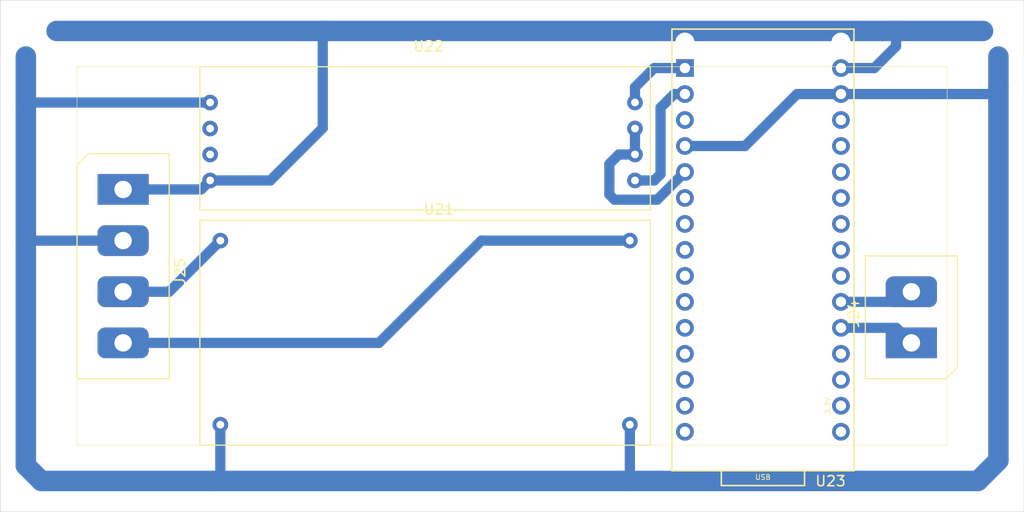
<source format=kicad_pcb>
(kicad_pcb (version 20171130) (host pcbnew "(5.1.9)-1")

  (general
    (thickness 1.6)
    (drawings 8)
    (tracks 57)
    (zones 0)
    (modules 5)
    (nets 34)
  )

  (page A4)
  (layers
    (0 F.Cu signal)
    (31 B.Cu signal)
    (32 B.Adhes user)
    (33 F.Adhes user)
    (34 B.Paste user)
    (35 F.Paste user)
    (36 B.SilkS user)
    (37 F.SilkS user)
    (38 B.Mask user)
    (39 F.Mask user)
    (40 Dwgs.User user)
    (41 Cmts.User user)
    (42 Eco1.User user)
    (43 Eco2.User user)
    (44 Edge.Cuts user)
    (45 Margin user)
    (46 B.CrtYd user)
    (47 F.CrtYd user)
    (48 B.Fab user)
    (49 F.Fab user)
  )

  (setup
    (last_trace_width 1)
    (user_trace_width 1)
    (user_trace_width 2)
    (trace_clearance 0.2)
    (zone_clearance 0.508)
    (zone_45_only no)
    (trace_min 0.2)
    (via_size 0.8)
    (via_drill 0.4)
    (via_min_size 0.4)
    (via_min_drill 0.3)
    (uvia_size 0.3)
    (uvia_drill 0.1)
    (uvias_allowed no)
    (uvia_min_size 0.2)
    (uvia_min_drill 0.1)
    (edge_width 0.05)
    (segment_width 0.2)
    (pcb_text_width 0.3)
    (pcb_text_size 1.5 1.5)
    (mod_edge_width 0.12)
    (mod_text_size 1 1)
    (mod_text_width 0.15)
    (pad_size 1.524 1.524)
    (pad_drill 0.762)
    (pad_to_mask_clearance 0)
    (aux_axis_origin 0 0)
    (visible_elements 7FFFFFFF)
    (pcbplotparams
      (layerselection 0x010fc_ffffffff)
      (usegerberextensions false)
      (usegerberattributes true)
      (usegerberadvancedattributes true)
      (creategerberjobfile true)
      (excludeedgelayer true)
      (linewidth 0.100000)
      (plotframeref false)
      (viasonmask false)
      (mode 1)
      (useauxorigin false)
      (hpglpennumber 1)
      (hpglpenspeed 20)
      (hpglpendiameter 15.000000)
      (psnegative false)
      (psa4output false)
      (plotreference true)
      (plotvalue true)
      (plotinvisibletext false)
      (padsonsilk false)
      (subtractmaskfromsilk false)
      (outputformat 1)
      (mirror false)
      (drillshape 1)
      (scaleselection 1)
      (outputdirectory ""))
  )

  (net 0 "")
  (net 1 "Net-(J24-Pad2)")
  (net 2 "Net-(J24-Pad1)")
  (net 3 +8V)
  (net 4 GND)
  (net 5 +5V)
  (net 6 +12V)
  (net 7 "Net-(U23-PadRST1)")
  (net 8 "Net-(U23-PadD3)")
  (net 9 "Net-(U23-PadD4)")
  (net 10 "Net-(U23-PadD5)")
  (net 11 "Net-(U23-PadD6)")
  (net 12 "Net-(U23-PadD7)")
  (net 13 "Net-(U23-PadD8)")
  (net 14 "Net-(U23-PadD9)")
  (net 15 "Net-(U23-PadD10)")
  (net 16 "Net-(U23-PadD11)")
  (net 17 "Net-(U23-PadD12)")
  (net 18 "Net-(U23-PadD13)")
  (net 19 "Net-(U23-Pad3V3)")
  (net 20 "Net-(U23-PadAREF)")
  (net 21 "Net-(U23-PadA0)")
  (net 22 "Net-(U23-PadA3)")
  (net 23 "Net-(U23-PadA4)")
  (net 24 "Net-(U23-PadA5)")
  (net 25 "Net-(U23-PadA6)")
  (net 26 "Net-(U23-PadA7)")
  (net 27 "Net-(U23-Pad5V)")
  (net 28 "Net-(U23-PadRST2)")
  (net 29 "Net-(U22-PadDI)")
  (net 30 "Net-(U22-PadDE)")
  (net 31 "Net-(U22-PadRO)")
  (net 32 /RS485-B)
  (net 33 /RS485-A)

  (net_class Default "This is the default net class."
    (clearance 0.2)
    (trace_width 0.25)
    (via_dia 0.8)
    (via_drill 0.4)
    (uvia_dia 0.3)
    (uvia_drill 0.1)
    (add_net +12V)
    (add_net +5V)
    (add_net +8V)
    (add_net /RS485-A)
    (add_net /RS485-B)
    (add_net GND)
    (add_net "Net-(J24-Pad1)")
    (add_net "Net-(J24-Pad2)")
    (add_net "Net-(U22-PadDE)")
    (add_net "Net-(U22-PadDI)")
    (add_net "Net-(U22-PadRO)")
    (add_net "Net-(U23-Pad3V3)")
    (add_net "Net-(U23-Pad5V)")
    (add_net "Net-(U23-PadA0)")
    (add_net "Net-(U23-PadA3)")
    (add_net "Net-(U23-PadA4)")
    (add_net "Net-(U23-PadA5)")
    (add_net "Net-(U23-PadA6)")
    (add_net "Net-(U23-PadA7)")
    (add_net "Net-(U23-PadAREF)")
    (add_net "Net-(U23-PadD10)")
    (add_net "Net-(U23-PadD11)")
    (add_net "Net-(U23-PadD12)")
    (add_net "Net-(U23-PadD13)")
    (add_net "Net-(U23-PadD3)")
    (add_net "Net-(U23-PadD4)")
    (add_net "Net-(U23-PadD5)")
    (add_net "Net-(U23-PadD6)")
    (add_net "Net-(U23-PadD7)")
    (add_net "Net-(U23-PadD8)")
    (add_net "Net-(U23-PadD9)")
    (add_net "Net-(U23-PadRST1)")
    (add_net "Net-(U23-PadRST2)")
  )

  (module FalcaroLib:Module_MAX485 (layer F.Cu) (tedit 6162FD42) (tstamp 6162FCFA)
    (at 120.5 91)
    (descr "Low-power transceiver for RS-485 communication")
    (tags MAX485)
    (path /6165F73B)
    (fp_text reference U22 (at 21.336 -5.5) (layer F.SilkS)
      (effects (font (size 1 1) (thickness 0.15)))
    )
    (fp_text value Module_MAX485 (at 21.082 -7.5) (layer F.Fab)
      (effects (font (size 1 1) (thickness 0.15)))
    )
    (fp_line (start -1 10.5) (end 43 10.5) (layer F.SilkS) (width 0.12))
    (fp_line (start -1 -3.5) (end -1 10.5) (layer F.SilkS) (width 0.12))
    (fp_line (start 43 -3.5) (end 43 10.5) (layer F.SilkS) (width 0.12))
    (fp_line (start -1 -3.5) (end 43 -3.5) (layer F.SilkS) (width 0.12))
    (pad DE thru_hole circle (at 41.5 2.54) (size 1.524 1.524) (drill 0.762) (layers *.Cu *.Mask)
      (net 30 "Net-(U22-PadDE)"))
    (pad RE thru_hole circle (at 41.5 5.08) (size 1.524 1.524) (drill 0.762) (layers *.Cu *.Mask)
      (net 30 "Net-(U22-PadDE)"))
    (pad DI thru_hole circle (at 41.5 0) (size 1.524 1.524) (drill 0.762) (layers *.Cu *.Mask)
      (net 29 "Net-(U22-PadDI)"))
    (pad RO thru_hole circle (at 41.5 7.62) (size 1.524 1.524) (drill 0.762) (layers *.Cu *.Mask)
      (net 31 "Net-(U22-PadRO)"))
    (pad VCC thru_hole circle (at 0 7.62) (size 1.524 1.524) (drill 0.762) (layers *.Cu *.Mask)
      (net 5 +5V))
    (pad B thru_hole circle (at 0 5.08) (size 1.524 1.524) (drill 0.762) (layers *.Cu *.Mask)
      (net 32 /RS485-B))
    (pad A thru_hole circle (at 0 2.54) (size 1.524 1.524) (drill 0.762) (layers *.Cu *.Mask)
      (net 33 /RS485-A))
    (pad GND thru_hole circle (at 0 0) (size 1.524 1.524) (drill 0.762) (layers *.Cu *.Mask)
      (net 4 GND))
    (model ${KICAD_SYMBOL_DIR}/FalcaroLib/FalcaroLib.pretty/Module_MAX485.stp
      (offset (xyz -1.3 -10.8 2.5))
      (scale (xyz 1 1 1))
      (rotate (xyz 0 0 0))
    )
  )

  (module FalcaroLib:Connector_Screw_2pin (layer F.Cu) (tedit 602FFE89) (tstamp 6162FBEA)
    (at 184.5 118 90)
    (descr "Connector screw 2 pins")
    (tags "Connector screw 2 pins")
    (path /618CE84F)
    (fp_text reference J24 (at 6.31 -1.12 90) (layer F.SilkS)
      (effects (font (size 1 1) (thickness 0.15)))
    )
    (fp_text value Screw_Terminal_01x02 (at 6.13 -3 90) (layer F.Fab)
      (effects (font (size 1 1) (thickness 0.15)))
    )
    (fp_line (start 0 7.89) (end 1.11 9) (layer F.SilkS) (width 0.12))
    (fp_line (start 12 0) (end 12 9) (layer F.SilkS) (width 0.12))
    (fp_line (start 1.11 9) (end 12 9) (layer F.SilkS) (width 0.12))
    (fp_line (start 0 0) (end 0 7.89) (layer F.SilkS) (width 0.12))
    (fp_line (start 0 0) (end 12 0) (layer F.SilkS) (width 0.12))
    (pad 2 thru_hole roundrect (at 8.5 4.5 90) (size 3 5) (drill 1.7) (layers *.Cu *.Mask) (roundrect_rratio 0.25)
      (net 1 "Net-(J24-Pad2)"))
    (pad 1 thru_hole rect (at 3.5 4.5 90) (size 3 5) (drill 1.7) (layers *.Cu *.Mask)
      (net 2 "Net-(J24-Pad1)"))
    (model ${KICAD_SYMBOL_DIR}/FalcaroLib/FalcaroLib.pretty/Connector_Screw_2pin.STEP
      (offset (xyz 1 0 0))
      (scale (xyz 1 1 1))
      (rotate (xyz -90 0 0))
    )
  )

  (module FalcaroLib:Connector_Screw_4pin (layer F.Cu) (tedit 602FFF7A) (tstamp 6162FC02)
    (at 116.5 96 270)
    (descr "Connector screw 4 pins")
    (tags "Connector screw 4 pins")
    (path /618D2382)
    (fp_text reference J25 (at 11.54 -1.07 90) (layer F.SilkS)
      (effects (font (size 1 1) (thickness 0.15)))
    )
    (fp_text value Screw_Terminal_01x04 (at 11.36 -2.95 90) (layer F.Fab)
      (effects (font (size 1 1) (thickness 0.15)))
    )
    (fp_line (start 0 7.89) (end 1.11 9) (layer F.SilkS) (width 0.12))
    (fp_line (start 22 0) (end 22 9) (layer F.SilkS) (width 0.12))
    (fp_line (start 1.11 9) (end 22 9) (layer F.SilkS) (width 0.12))
    (fp_line (start 0 0) (end 0 7.89) (layer F.SilkS) (width 0.12))
    (fp_line (start 0 0) (end 22 0) (layer F.SilkS) (width 0.12))
    (pad 1 thru_hole rect (at 3.5 4.5 270) (size 3 5) (drill 1.7) (layers *.Cu *.Mask)
      (net 5 +5V))
    (pad 2 thru_hole roundrect (at 8.5 4.5 270) (size 3 5) (drill 1.7) (layers *.Cu *.Mask) (roundrect_rratio 0.25)
      (net 4 GND))
    (pad 3 thru_hole roundrect (at 13.5 4.5 270) (size 3 5) (drill 1.7) (layers *.Cu *.Mask) (roundrect_rratio 0.25)
      (net 6 +12V))
    (pad 4 thru_hole roundrect (at 18.5 4.5 270) (size 3 5) (drill 1.7) (layers *.Cu *.Mask) (roundrect_rratio 0.25)
      (net 3 +8V))
    (model ${KICAD_SYMBOL_DIR}/FalcaroLib/FalcaroLib.pretty/Connector_Screw_4pin.STEP
      (offset (xyz 1 0 0))
      (scale (xyz 1 1 1))
      (rotate (xyz -90 0 0))
    )
  )

  (module FalcaroLib:Module_LM2596 (layer F.Cu) (tedit 603275E1) (tstamp 61635CBA)
    (at 121.5 104.5)
    (descr "DC-DC Step down regulator")
    (tags "Regulator LM2596 step down")
    (path /6166A60D)
    (fp_text reference U21 (at 21.336 -3.056) (layer F.SilkS)
      (effects (font (size 1 1) (thickness 0.15)))
    )
    (fp_text value Module_LM2596 (at 21.082 -5.08) (layer F.Fab)
      (effects (font (size 1 1) (thickness 0.15)))
    )
    (fp_line (start -2 -2) (end 42 -2) (layer F.SilkS) (width 0.12))
    (fp_line (start 42 -2) (end 42 20) (layer F.SilkS) (width 0.12))
    (fp_line (start -2 20) (end 42 20) (layer F.SilkS) (width 0.12))
    (fp_line (start -2 -2) (end -2 20) (layer F.SilkS) (width 0.12))
    (pad IN+ thru_hole circle (at 0 0) (size 1.524 1.524) (drill 0.762) (layers *.Cu *.Mask)
      (net 6 +12V))
    (pad IN- thru_hole circle (at 0 18) (size 1.524 1.524) (drill 0.762) (layers *.Cu *.Mask)
      (net 4 GND))
    (pad OUT+ thru_hole circle (at 40 0) (size 1.524 1.524) (drill 0.762) (layers *.Cu *.Mask)
      (net 3 +8V))
    (pad OUT- thru_hole circle (at 40 18) (size 1.524 1.524) (drill 0.762) (layers *.Cu *.Mask)
      (net 4 GND))
    (model ${KICAD_SYMBOL_DIR}/FalcaroLib/FalcaroLib.pretty/Module_LM2596.STEP
      (offset (xyz 20 -9 3))
      (scale (xyz 1 1 1))
      (rotate (xyz -90 0 0))
    )
  )

  (module FalcaroLib:Arduino_Socket_Nano (layer F.Cu) (tedit 605F1634) (tstamp 6162FC5A)
    (at 174.5 127)
    (descr "Socket for Arduino Nano")
    (path /6164E8C3)
    (fp_text reference U23 (at 6.604 1.016) (layer F.SilkS)
      (effects (font (size 1 1) (thickness 0.15)))
    )
    (fp_text value Arduino_Socket_Nano (at 0 -21.082 90) (layer F.Fab)
      (effects (font (size 1 1) (thickness 0.15)))
    )
    (fp_circle (center 0 -39.37) (end 0.508 -39.37) (layer F.Fab) (width 0.15))
    (fp_circle (center 2.54 -39.37) (end 3.048 -39.37) (layer F.Fab) (width 0.15))
    (fp_circle (center 2.54 -41.91) (end 3.048 -41.91) (layer F.Fab) (width 0.15))
    (fp_circle (center -2.54 -39.37) (end -2.032 -39.37) (layer F.Fab) (width 0.15))
    (fp_circle (center 0 -41.91) (end 0.508 -41.91) (layer F.Fab) (width 0.15))
    (fp_circle (center -2.54 -41.91) (end -2.032 -41.91) (layer F.Fab) (width 0.15))
    (fp_line (start -3.302 1.778) (end -9.144 1.778) (layer F.CrtYd) (width 0.15))
    (fp_line (start -9.144 1.778) (end -9.144 -22.606) (layer F.CrtYd) (width 0.15))
    (fp_line (start -9.144 -22.606) (end -9.144 -43.434) (layer F.CrtYd) (width 0.15))
    (fp_line (start -9.144 -43.434) (end 9.144 -43.434) (layer F.CrtYd) (width 0.15))
    (fp_line (start 9.144 -43.434) (end 9.144 1.778) (layer F.CrtYd) (width 0.15))
    (fp_line (start 9.144 1.778) (end -3.302 1.778) (layer F.CrtYd) (width 0.15))
    (fp_line (start -4.064 0) (end -4.064 1.45) (layer F.SilkS) (width 0.15))
    (fp_line (start -4.064 1.45) (end 4.064 1.45) (layer F.SilkS) (width 0.15))
    (fp_line (start 4.064 1.45) (end 4.064 0) (layer F.SilkS) (width 0.15))
    (fp_line (start -8.89 -43.18) (end 8.89 -43.18) (layer F.SilkS) (width 0.15))
    (fp_line (start -8.89 0) (end 8.89 0) (layer F.SilkS) (width 0.15))
    (fp_line (start 8.89 -43.18) (end 8.89 0) (layer F.SilkS) (width 0.15))
    (fp_line (start -8.89 -43.18) (end -8.89 0) (layer F.SilkS) (width 0.15))
    (fp_text user ICSP (at 0 -40.64) (layer F.Fab)
      (effects (font (size 1 1) (thickness 0.15)))
    )
    (fp_text user 3.3V (at 6.35 -6.35 90) (layer F.SilkS)
      (effects (font (size 0.5 0.5) (thickness 0.075)))
    )
    (fp_text user USB (at 0 0.635) (layer F.SilkS)
      (effects (font (size 0.5 0.5) (thickness 0.075)))
    )
    (pad "" np_thru_hole circle (at 7.62 -1.27) (size 1.85 1.85) (drill 1.85) (layers *.Cu *.Mask))
    (pad "" np_thru_hole circle (at -7.62 -1.27) (size 1.85 1.85) (drill 1.85) (layers *.Cu *.Mask))
    (pad "" np_thru_hole circle (at 7.62 -41.91) (size 1.85 1.85) (drill 1.85) (layers *.Cu *.Mask))
    (pad "" np_thru_hole circle (at -7.62 -41.91) (size 1.85 1.85) (drill 1.85) (layers *.Cu *.Mask))
    (pad D1 thru_hole rect (at -7.62 -39.37) (size 1.7272 1.7272) (drill 1.016) (layers *.Cu *.Mask)
      (net 29 "Net-(U22-PadDI)"))
    (pad D0 thru_hole circle (at -7.62 -36.83) (size 1.7272 1.7272) (drill 1.016) (layers *.Cu *.Mask)
      (net 31 "Net-(U22-PadRO)"))
    (pad RST1 thru_hole circle (at -7.62 -34.29) (size 1.7272 1.7272) (drill 1.016) (layers *.Cu *.Mask)
      (net 7 "Net-(U23-PadRST1)"))
    (pad GND1 thru_hole circle (at -7.62 -31.75) (size 1.7272 1.7272) (drill 1.016) (layers *.Cu *.Mask)
      (net 4 GND))
    (pad D2 thru_hole circle (at -7.62 -29.21) (size 1.7272 1.7272) (drill 1.016) (layers *.Cu *.Mask)
      (net 30 "Net-(U22-PadDE)"))
    (pad D3 thru_hole circle (at -7.62 -26.67) (size 1.7272 1.7272) (drill 1.016) (layers *.Cu *.Mask)
      (net 8 "Net-(U23-PadD3)"))
    (pad D4 thru_hole circle (at -7.62 -24.13) (size 1.7272 1.7272) (drill 1.016) (layers *.Cu *.Mask)
      (net 9 "Net-(U23-PadD4)"))
    (pad D5 thru_hole circle (at -7.62 -21.59) (size 1.7272 1.7272) (drill 1.016) (layers *.Cu *.Mask)
      (net 10 "Net-(U23-PadD5)"))
    (pad D6 thru_hole circle (at -7.62 -19.05) (size 1.7272 1.7272) (drill 1.016) (layers *.Cu *.Mask)
      (net 11 "Net-(U23-PadD6)"))
    (pad D7 thru_hole circle (at -7.62 -16.51) (size 1.7272 1.7272) (drill 1.016) (layers *.Cu *.Mask)
      (net 12 "Net-(U23-PadD7)"))
    (pad D8 thru_hole circle (at -7.62 -13.97) (size 1.7272 1.7272) (drill 1.016) (layers *.Cu *.Mask)
      (net 13 "Net-(U23-PadD8)"))
    (pad D9 thru_hole circle (at -7.62 -11.43) (size 1.7272 1.7272) (drill 1.016) (layers *.Cu *.Mask)
      (net 14 "Net-(U23-PadD9)"))
    (pad D10 thru_hole circle (at -7.62 -8.89) (size 1.7272 1.7272) (drill 1.016) (layers *.Cu *.Mask)
      (net 15 "Net-(U23-PadD10)"))
    (pad D11 thru_hole circle (at -7.62 -6.35) (size 1.7272 1.7272) (drill 1.016) (layers *.Cu *.Mask)
      (net 16 "Net-(U23-PadD11)"))
    (pad D12 thru_hole circle (at -7.62 -3.81) (size 1.7272 1.7272) (drill 1.016) (layers *.Cu *.Mask)
      (net 17 "Net-(U23-PadD12)"))
    (pad D13 thru_hole circle (at 7.62 -3.81) (size 1.7272 1.7272) (drill 1.016) (layers *.Cu *.Mask)
      (net 18 "Net-(U23-PadD13)"))
    (pad 3V3 thru_hole circle (at 7.62 -6.35) (size 1.7272 1.7272) (drill 1.016) (layers *.Cu *.Mask)
      (net 19 "Net-(U23-Pad3V3)"))
    (pad AREF thru_hole circle (at 7.62 -8.89) (size 1.7272 1.7272) (drill 1.016) (layers *.Cu *.Mask)
      (net 20 "Net-(U23-PadAREF)"))
    (pad A0 thru_hole circle (at 7.62 -11.43) (size 1.7272 1.7272) (drill 1.016) (layers *.Cu *.Mask)
      (net 21 "Net-(U23-PadA0)"))
    (pad A1 thru_hole circle (at 7.62 -13.97) (size 1.7272 1.7272) (drill 1.016) (layers *.Cu *.Mask)
      (net 2 "Net-(J24-Pad1)"))
    (pad A2 thru_hole circle (at 7.62 -16.51) (size 1.7272 1.7272) (drill 1.016) (layers *.Cu *.Mask)
      (net 1 "Net-(J24-Pad2)"))
    (pad A3 thru_hole circle (at 7.62 -19.05) (size 1.7272 1.7272) (drill 1.016) (layers *.Cu *.Mask)
      (net 22 "Net-(U23-PadA3)"))
    (pad A4 thru_hole circle (at 7.62 -21.59) (size 1.7272 1.7272) (drill 1.016) (layers *.Cu *.Mask)
      (net 23 "Net-(U23-PadA4)"))
    (pad A5 thru_hole circle (at 7.62 -24.13) (size 1.7272 1.7272) (drill 1.016) (layers *.Cu *.Mask)
      (net 24 "Net-(U23-PadA5)"))
    (pad A6 thru_hole circle (at 7.62 -26.67) (size 1.7272 1.7272) (drill 1.016) (layers *.Cu *.Mask)
      (net 25 "Net-(U23-PadA6)"))
    (pad A7 thru_hole circle (at 7.62 -29.21) (size 1.7272 1.7272) (drill 1.016) (layers *.Cu *.Mask)
      (net 26 "Net-(U23-PadA7)"))
    (pad 5V thru_hole circle (at 7.62 -31.75) (size 1.7272 1.7272) (drill 1.016) (layers *.Cu *.Mask)
      (net 27 "Net-(U23-Pad5V)"))
    (pad RST2 thru_hole circle (at 7.62 -34.29) (size 1.7272 1.7272) (drill 1.016) (layers *.Cu *.Mask)
      (net 28 "Net-(U23-PadRST2)"))
    (pad GND2 thru_hole circle (at 7.62 -36.83) (size 1.7272 1.7272) (drill 1.016) (layers *.Cu *.Mask)
      (net 4 GND))
    (pad VIN thru_hole circle (at 7.62 -39.37) (size 1.7272 1.7272) (drill 1.016) (layers *.Cu *.Mask)
      (net 5 +5V))
    (model ${KICAD_SYMBOL_DIR}/FalcaroLib/FalcaroLib.pretty/Arduino_Socket_Nano.STEP
      (offset (xyz 0 21.25 2.5))
      (scale (xyz 1 1 1))
      (rotate (xyz -90 0 -90))
    )
  )

  (gr_line (start 192.5 124.5) (end 192.5 87.5) (layer F.SilkS) (width 0.05) (tstamp 61635BA8))
  (gr_line (start 107.5 87.5) (end 192.5 87.5) (layer F.SilkS) (width 0.05) (tstamp 61635BA7))
  (gr_line (start 192.5 124.5) (end 107.5 124.5) (layer F.SilkS) (width 0.05) (tstamp 61635B8C))
  (gr_line (start 107.5 87.5) (end 107.5 124.5) (layer F.SilkS) (width 0.05) (tstamp 61635B64))
  (gr_line (start 200 81) (end 200 131) (layer Edge.Cuts) (width 0.05) (tstamp 61635B53))
  (gr_line (start 100 81) (end 100 131) (layer Edge.Cuts) (width 0.05) (tstamp 61635B36))
  (gr_line (start 100 131) (end 200 131) (layer Edge.Cuts) (width 0.05) (tstamp 61635B36))
  (gr_line (start 100 81) (end 200 81) (layer Edge.Cuts) (width 0.05))

  (segment (start 188.01 110.49) (end 189 109.5) (width 1) (layer B.Cu) (net 1))
  (segment (start 182.12 110.49) (end 188.01 110.49) (width 1) (layer B.Cu) (net 1))
  (segment (start 187.53 113.03) (end 189 114.5) (width 1) (layer B.Cu) (net 2))
  (segment (start 182.12 113.03) (end 187.53 113.03) (width 1) (layer B.Cu) (net 2))
  (segment (start 161.5 104.5) (end 147 104.5) (width 1) (layer B.Cu) (net 3))
  (segment (start 137 114.5) (end 112 114.5) (width 1) (layer B.Cu) (net 3))
  (segment (start 147 104.5) (end 137 114.5) (width 1) (layer B.Cu) (net 3))
  (segment (start 197.5 126) (end 195.5 128) (width 2) (layer B.Cu) (net 4))
  (segment (start 104 128) (end 102.5 126.5) (width 2) (layer B.Cu) (net 4))
  (segment (start 103 91) (end 102.5 91.5) (width 1) (layer B.Cu) (net 4))
  (segment (start 120.5 91) (end 103 91) (width 1) (layer B.Cu) (net 4))
  (segment (start 102.5 91.5) (end 102.5 86.5) (width 2) (layer B.Cu) (net 4))
  (segment (start 112 104.5) (end 102.5 104.5) (width 1) (layer B.Cu) (net 4))
  (segment (start 102.5 104.5) (end 102.5 91.5) (width 2) (layer B.Cu) (net 4))
  (segment (start 102.5 126.5) (end 102.5 104.5) (width 2) (layer B.Cu) (net 4))
  (segment (start 121.5 127.5) (end 121 128) (width 1) (layer B.Cu) (net 4))
  (segment (start 121.5 122.5) (end 121.5 127.5) (width 1) (layer B.Cu) (net 4))
  (segment (start 121 128) (end 104 128) (width 2) (layer B.Cu) (net 4))
  (segment (start 161.5 122.5) (end 161.5 127.5) (width 1) (layer B.Cu) (net 4))
  (segment (start 161 128) (end 121 128) (width 2) (layer B.Cu) (net 4))
  (segment (start 161.5 127.5) (end 161 128) (width 1) (layer B.Cu) (net 4))
  (segment (start 195.5 128) (end 161 128) (width 2) (layer B.Cu) (net 4))
  (segment (start 166.88 95.25) (end 172.75 95.25) (width 1) (layer B.Cu) (net 4))
  (segment (start 177.83 90.17) (end 182.12 90.17) (width 1) (layer B.Cu) (net 4))
  (segment (start 172.75 95.25) (end 177.83 90.17) (width 1) (layer B.Cu) (net 4))
  (segment (start 196.83 90.17) (end 197.5 89.5) (width 1) (layer B.Cu) (net 4))
  (segment (start 182.12 90.17) (end 196.83 90.17) (width 1) (layer B.Cu) (net 4))
  (segment (start 197.5 89.5) (end 197.5 126) (width 2) (layer B.Cu) (net 4))
  (segment (start 197.5 86.5) (end 197.5 89.5) (width 2) (layer B.Cu) (net 4))
  (segment (start 119.62 99.5) (end 120.5 98.62) (width 1) (layer B.Cu) (net 5))
  (segment (start 112 99.5) (end 119.62 99.5) (width 1) (layer B.Cu) (net 5))
  (segment (start 120.5 98.62) (end 126.38 98.62) (width 1) (layer B.Cu) (net 5))
  (segment (start 131.5 93.5) (end 131.5 84) (width 1) (layer B.Cu) (net 5))
  (segment (start 126.38 98.62) (end 131.5 93.5) (width 1) (layer B.Cu) (net 5))
  (segment (start 105.5 84) (end 131.5 84) (width 2) (layer B.Cu) (net 5))
  (segment (start 182.12 87.63) (end 185.37 87.63) (width 1) (layer B.Cu) (net 5))
  (segment (start 187.5 85.5) (end 187.5 84) (width 1) (layer B.Cu) (net 5))
  (segment (start 185.37 87.63) (end 187.5 85.5) (width 1) (layer B.Cu) (net 5))
  (segment (start 187.5 84) (end 196 84) (width 2) (layer B.Cu) (net 5))
  (segment (start 131.5 84) (end 187.5 84) (width 2) (layer B.Cu) (net 5))
  (segment (start 116.5 109.5) (end 121.5 104.5) (width 1) (layer B.Cu) (net 6))
  (segment (start 112 109.5) (end 116.5 109.5) (width 1) (layer B.Cu) (net 6))
  (segment (start 162 91) (end 162 89.5) (width 1) (layer B.Cu) (net 29))
  (segment (start 163.87 87.63) (end 166.88 87.63) (width 1) (layer B.Cu) (net 29))
  (segment (start 162 89.5) (end 163.87 87.63) (width 1) (layer B.Cu) (net 29))
  (segment (start 162 93.54) (end 162 96.08) (width 1) (layer B.Cu) (net 30))
  (segment (start 166.88 97.79) (end 164.17 100.5) (width 1) (layer B.Cu) (net 30))
  (segment (start 164.17 100.5) (end 160 100.5) (width 1) (layer B.Cu) (net 30))
  (segment (start 160 100.5) (end 159.5 100) (width 1) (layer B.Cu) (net 30))
  (segment (start 159.5 100) (end 159.5 97) (width 1) (layer B.Cu) (net 30))
  (segment (start 160.42 96.08) (end 162 96.08) (width 1) (layer B.Cu) (net 30))
  (segment (start 159.5 97) (end 160.42 96.08) (width 1) (layer B.Cu) (net 30))
  (segment (start 162 98.62) (end 163.88 98.62) (width 1) (layer B.Cu) (net 31))
  (segment (start 163.88 98.62) (end 164.5 98) (width 1) (layer B.Cu) (net 31))
  (segment (start 164.5 98) (end 164.5 91.5) (width 1) (layer B.Cu) (net 31))
  (segment (start 165.83 90.17) (end 166.88 90.17) (width 1) (layer B.Cu) (net 31))
  (segment (start 164.5 91.5) (end 165.83 90.17) (width 1) (layer B.Cu) (net 31))

)

</source>
